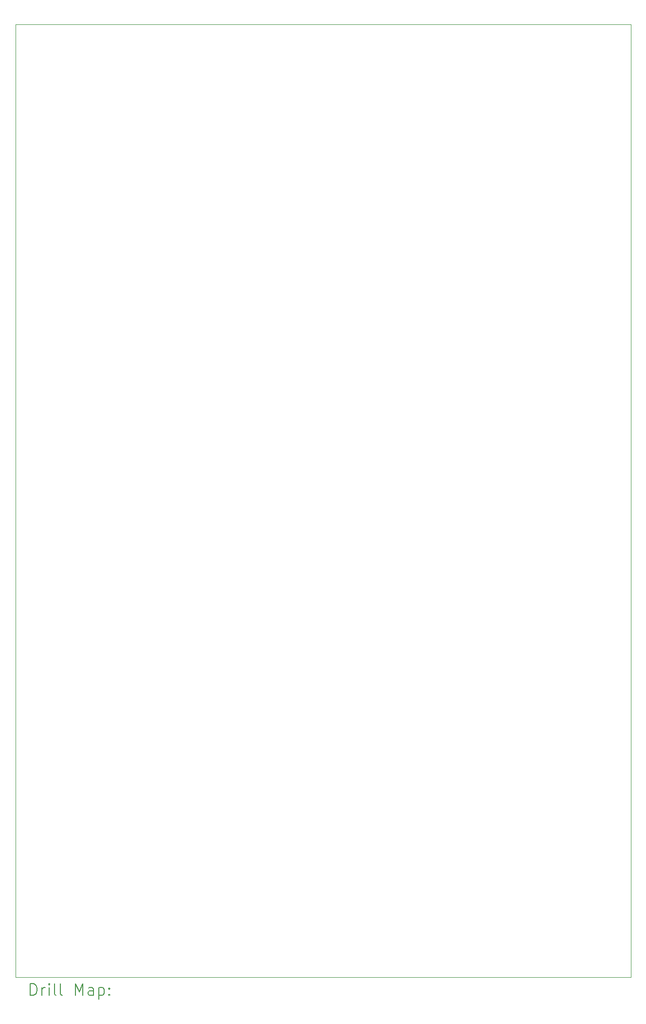
<source format=gbr>
%TF.GenerationSoftware,KiCad,Pcbnew,8.0.4*%
%TF.CreationDate,2024-12-01T21:10:42+01:00*%
%TF.ProjectId,OVN,4f564e2e-6b69-4636-9164-5f7063625858,rev?*%
%TF.SameCoordinates,Original*%
%TF.FileFunction,Drillmap*%
%TF.FilePolarity,Positive*%
%FSLAX45Y45*%
G04 Gerber Fmt 4.5, Leading zero omitted, Abs format (unit mm)*
G04 Created by KiCad (PCBNEW 8.0.4) date 2024-12-01 21:10:42*
%MOMM*%
%LPD*%
G01*
G04 APERTURE LIST*
%ADD10C,0.050000*%
%ADD11C,0.200000*%
G04 APERTURE END LIST*
D10*
X6250000Y-1650000D02*
X16950000Y-1650000D01*
X16950000Y-18200000D01*
X6250000Y-18200000D01*
X6250000Y-1650000D01*
D11*
X6508277Y-18513984D02*
X6508277Y-18313984D01*
X6508277Y-18313984D02*
X6555896Y-18313984D01*
X6555896Y-18313984D02*
X6584467Y-18323508D01*
X6584467Y-18323508D02*
X6603515Y-18342555D01*
X6603515Y-18342555D02*
X6613039Y-18361603D01*
X6613039Y-18361603D02*
X6622562Y-18399698D01*
X6622562Y-18399698D02*
X6622562Y-18428270D01*
X6622562Y-18428270D02*
X6613039Y-18466365D01*
X6613039Y-18466365D02*
X6603515Y-18485412D01*
X6603515Y-18485412D02*
X6584467Y-18504460D01*
X6584467Y-18504460D02*
X6555896Y-18513984D01*
X6555896Y-18513984D02*
X6508277Y-18513984D01*
X6708277Y-18513984D02*
X6708277Y-18380650D01*
X6708277Y-18418746D02*
X6717801Y-18399698D01*
X6717801Y-18399698D02*
X6727324Y-18390174D01*
X6727324Y-18390174D02*
X6746372Y-18380650D01*
X6746372Y-18380650D02*
X6765420Y-18380650D01*
X6832086Y-18513984D02*
X6832086Y-18380650D01*
X6832086Y-18313984D02*
X6822562Y-18323508D01*
X6822562Y-18323508D02*
X6832086Y-18333031D01*
X6832086Y-18333031D02*
X6841610Y-18323508D01*
X6841610Y-18323508D02*
X6832086Y-18313984D01*
X6832086Y-18313984D02*
X6832086Y-18333031D01*
X6955896Y-18513984D02*
X6936848Y-18504460D01*
X6936848Y-18504460D02*
X6927324Y-18485412D01*
X6927324Y-18485412D02*
X6927324Y-18313984D01*
X7060658Y-18513984D02*
X7041610Y-18504460D01*
X7041610Y-18504460D02*
X7032086Y-18485412D01*
X7032086Y-18485412D02*
X7032086Y-18313984D01*
X7289229Y-18513984D02*
X7289229Y-18313984D01*
X7289229Y-18313984D02*
X7355896Y-18456841D01*
X7355896Y-18456841D02*
X7422562Y-18313984D01*
X7422562Y-18313984D02*
X7422562Y-18513984D01*
X7603515Y-18513984D02*
X7603515Y-18409222D01*
X7603515Y-18409222D02*
X7593991Y-18390174D01*
X7593991Y-18390174D02*
X7574943Y-18380650D01*
X7574943Y-18380650D02*
X7536848Y-18380650D01*
X7536848Y-18380650D02*
X7517801Y-18390174D01*
X7603515Y-18504460D02*
X7584467Y-18513984D01*
X7584467Y-18513984D02*
X7536848Y-18513984D01*
X7536848Y-18513984D02*
X7517801Y-18504460D01*
X7517801Y-18504460D02*
X7508277Y-18485412D01*
X7508277Y-18485412D02*
X7508277Y-18466365D01*
X7508277Y-18466365D02*
X7517801Y-18447317D01*
X7517801Y-18447317D02*
X7536848Y-18437793D01*
X7536848Y-18437793D02*
X7584467Y-18437793D01*
X7584467Y-18437793D02*
X7603515Y-18428270D01*
X7698753Y-18380650D02*
X7698753Y-18580650D01*
X7698753Y-18390174D02*
X7717801Y-18380650D01*
X7717801Y-18380650D02*
X7755896Y-18380650D01*
X7755896Y-18380650D02*
X7774943Y-18390174D01*
X7774943Y-18390174D02*
X7784467Y-18399698D01*
X7784467Y-18399698D02*
X7793991Y-18418746D01*
X7793991Y-18418746D02*
X7793991Y-18475889D01*
X7793991Y-18475889D02*
X7784467Y-18494936D01*
X7784467Y-18494936D02*
X7774943Y-18504460D01*
X7774943Y-18504460D02*
X7755896Y-18513984D01*
X7755896Y-18513984D02*
X7717801Y-18513984D01*
X7717801Y-18513984D02*
X7698753Y-18504460D01*
X7879705Y-18494936D02*
X7889229Y-18504460D01*
X7889229Y-18504460D02*
X7879705Y-18513984D01*
X7879705Y-18513984D02*
X7870182Y-18504460D01*
X7870182Y-18504460D02*
X7879705Y-18494936D01*
X7879705Y-18494936D02*
X7879705Y-18513984D01*
X7879705Y-18390174D02*
X7889229Y-18399698D01*
X7889229Y-18399698D02*
X7879705Y-18409222D01*
X7879705Y-18409222D02*
X7870182Y-18399698D01*
X7870182Y-18399698D02*
X7879705Y-18390174D01*
X7879705Y-18390174D02*
X7879705Y-18409222D01*
M02*

</source>
